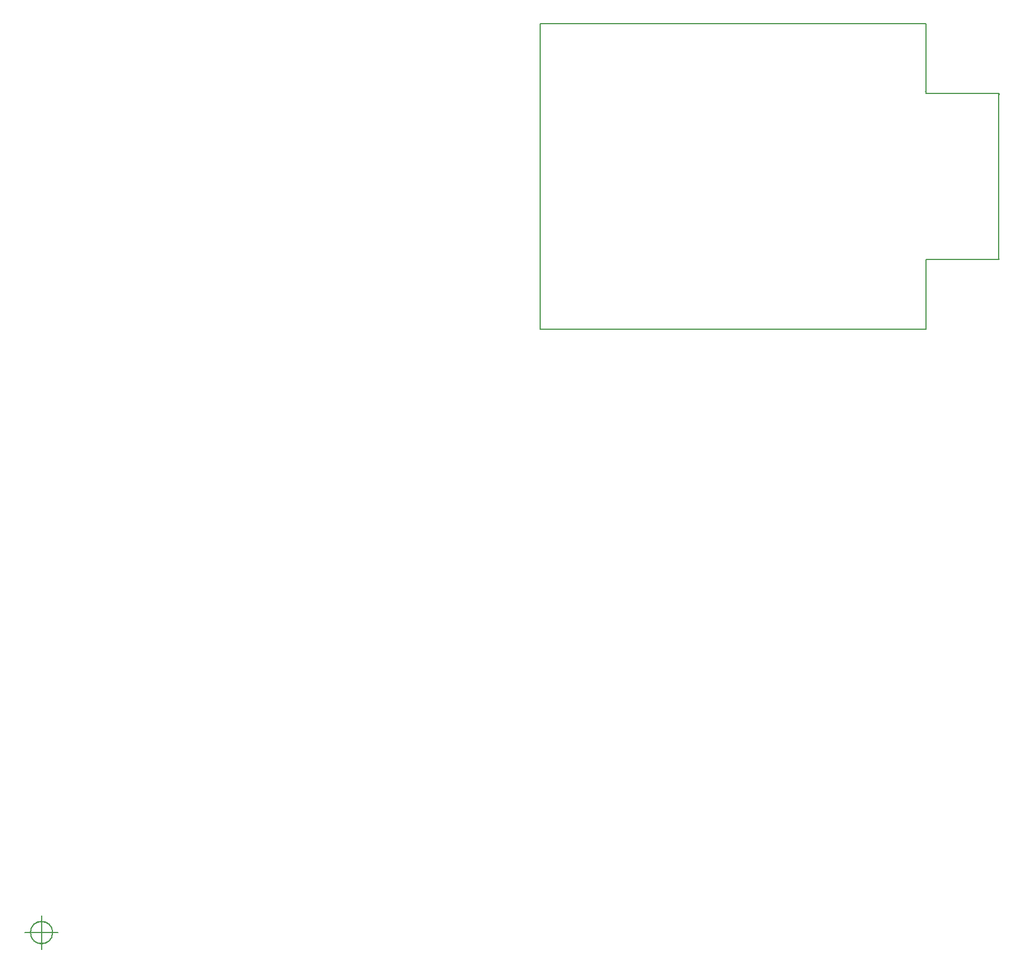
<source format=gbr>
G04 #@! TF.FileFunction,Profile,NP*
%FSLAX46Y46*%
G04 Gerber Fmt 4.6, Leading zero omitted, Abs format (unit mm)*
G04 Created by KiCad (PCBNEW 4.0.4-stable) date 02/07/17 14:21:35*
%MOMM*%
%LPD*%
G01*
G04 APERTURE LIST*
%ADD10C,0.100000*%
%ADD11C,0.150000*%
G04 APERTURE END LIST*
D10*
D11*
X13706666Y-198040000D02*
G75*
G03X13706666Y-198040000I-1666666J0D01*
G01*
X9540000Y-198040000D02*
X14540000Y-198040000D01*
X12040000Y-195540000D02*
X12040000Y-200540000D01*
X13696666Y-198000000D02*
G75*
G03X13696666Y-198000000I-1666666J0D01*
G01*
X9530000Y-198000000D02*
X14530000Y-198000000D01*
X12030000Y-195500000D02*
X12030000Y-200500000D01*
X144950000Y-61410000D02*
X144940000Y-61410000D01*
X144950000Y-61240000D02*
X144950000Y-61410000D01*
X144780000Y-61240000D02*
X144950000Y-61240000D01*
X144950000Y-71400000D02*
X144930000Y-71400000D01*
X144950000Y-71730000D02*
X144950000Y-71400000D01*
X145170000Y-71730000D02*
X144950000Y-71730000D01*
X155950000Y-71740000D02*
X155950000Y-71910000D01*
X155800000Y-71740000D02*
X155950000Y-71740000D01*
X155940000Y-96620000D02*
X155950000Y-96620000D01*
X155940000Y-96750000D02*
X155940000Y-96620000D01*
X155730000Y-96750000D02*
X155940000Y-96750000D01*
X144940000Y-96740000D02*
X145140000Y-96740000D01*
X144940000Y-97220000D02*
X144940000Y-96740000D01*
X144970000Y-107260000D02*
X144970000Y-107250000D01*
X144940000Y-107260000D02*
X144970000Y-107260000D01*
X144945000Y-64245000D02*
X144945000Y-63245000D01*
X144945000Y-105245000D02*
X144945000Y-104245000D01*
X155945000Y-71745000D02*
X155945000Y-96745000D01*
X144945000Y-96745000D02*
X144945000Y-107245000D01*
X155945000Y-96745000D02*
X144945000Y-96745000D01*
X144945000Y-71745000D02*
X144945000Y-61245000D01*
X155945000Y-71745000D02*
X144945000Y-71745000D01*
X86945000Y-107245000D02*
X144945000Y-107245000D01*
X86945000Y-61245000D02*
X144945000Y-61245000D01*
X86945000Y-107245000D02*
X86945000Y-61245000D01*
M02*

</source>
